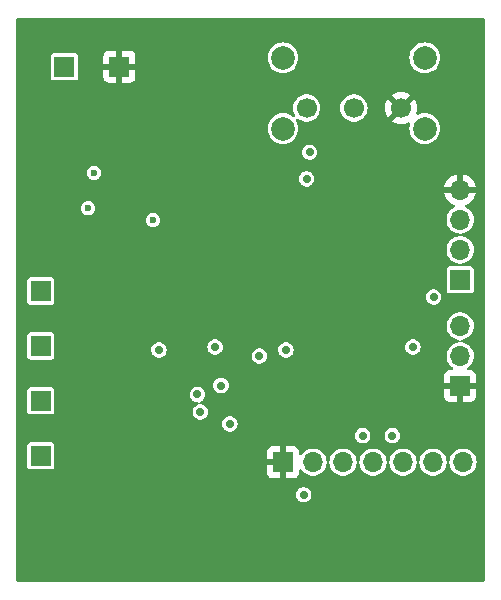
<source format=gbr>
%TF.GenerationSoftware,KiCad,Pcbnew,8.0.5*%
%TF.CreationDate,2025-02-26T14:21:12-03:00*%
%TF.ProjectId,EchoCar_PCB,4563686f-4361-4725-9f50-43422e6b6963,rev?*%
%TF.SameCoordinates,Original*%
%TF.FileFunction,Copper,L2,Inr*%
%TF.FilePolarity,Positive*%
%FSLAX46Y46*%
G04 Gerber Fmt 4.6, Leading zero omitted, Abs format (unit mm)*
G04 Created by KiCad (PCBNEW 8.0.5) date 2025-02-26 14:21:12*
%MOMM*%
%LPD*%
G01*
G04 APERTURE LIST*
%TA.AperFunction,ComponentPad*%
%ADD10R,1.700000X1.700000*%
%TD*%
%TA.AperFunction,ComponentPad*%
%ADD11O,1.700000X1.700000*%
%TD*%
%TA.AperFunction,ComponentPad*%
%ADD12C,2.000000*%
%TD*%
%TA.AperFunction,ComponentPad*%
%ADD13C,1.700000*%
%TD*%
%TA.AperFunction,ViaPad*%
%ADD14C,0.600000*%
%TD*%
%TA.AperFunction,ViaPad*%
%ADD15C,0.700000*%
%TD*%
G04 APERTURE END LIST*
D10*
%TO.N,GND*%
%TO.C,J3*%
X150000000Y-78540000D03*
D11*
%TO.N,+3.3V*%
X150000000Y-76000000D03*
%TO.N,UART_RX*%
X150000000Y-73460000D03*
%TD*%
D10*
%TO.N,GND*%
%TO.C,J2*%
X135000000Y-85000000D03*
D11*
%TO.N,+3.3V*%
X137540000Y-85000000D03*
%TO.N,DISP_SCK*%
X140080000Y-85000000D03*
%TO.N,DISP_SDA*%
X142620000Y-85000000D03*
%TO.N,DISP_RES*%
X145160000Y-85000000D03*
%TO.N,DISP_DC*%
X147700000Y-85000000D03*
%TO.N,DISP_CS*%
X150240000Y-85000000D03*
%TD*%
D10*
%TO.N,Net-(U3-OUTB2)*%
%TO.C,H4*%
X114500000Y-70500000D03*
%TD*%
D12*
%TO.N,*%
%TO.C,SW1*%
X147000000Y-56750000D03*
X147000000Y-50750000D03*
X135000000Y-56750000D03*
X135000000Y-50750000D03*
D13*
%TO.N,GND*%
X145000000Y-55000000D03*
%TO.N,Net-(SW1-B)*%
X141000000Y-55000000D03*
%TO.N,+3.3V*%
X137000000Y-55000000D03*
%TD*%
D10*
%TO.N,Net-(U3-OUTA1)*%
%TO.C,H1*%
X114500000Y-84450000D03*
%TD*%
%TO.N,GND*%
%TO.C,H6*%
X121150000Y-51500000D03*
%TD*%
%TO.N,Net-(U3-OUTA2)*%
%TO.C,H3*%
X114500000Y-75150000D03*
%TD*%
%TO.N,+3.3V*%
%TO.C,J1*%
X150000000Y-69540000D03*
D11*
%TO.N,SWIO*%
X150000000Y-67000000D03*
%TO.N,SWCLK*%
X150000000Y-64460000D03*
%TO.N,GND*%
X150000000Y-61920000D03*
%TD*%
D10*
%TO.N,VCC*%
%TO.C,H5*%
X116500000Y-51500000D03*
%TD*%
%TO.N,Net-(U3-OUTB1)*%
%TO.C,H2*%
X114500000Y-79800000D03*
%TD*%
D14*
%TO.N,+3.3V*%
X124000000Y-64500000D03*
X118500000Y-63500000D03*
X119000000Y-60500000D03*
%TO.N,GND*%
X131000000Y-87000000D03*
X125000000Y-88000000D03*
X120500000Y-88000000D03*
X120500000Y-56000000D03*
X119000000Y-80500000D03*
X119000000Y-79500000D03*
X119000000Y-75500000D03*
X119000000Y-74500000D03*
X124000000Y-59500000D03*
X122500000Y-59000000D03*
D15*
X131250000Y-73000000D03*
X131000000Y-67000000D03*
X142750000Y-73750000D03*
X139250000Y-68750000D03*
X136500000Y-66500000D03*
D14*
X125000000Y-71000000D03*
D15*
X147250000Y-61000000D03*
X134750000Y-87500000D03*
X135750000Y-79750000D03*
X144500000Y-59000000D03*
X143250000Y-69250000D03*
X150750000Y-81250000D03*
X132000000Y-66000000D03*
X129250000Y-73000000D03*
%TO.N,+3.3V*%
X136750000Y-87750000D03*
X146000000Y-75250000D03*
X137250000Y-58750000D03*
X147750000Y-71000000D03*
X137000000Y-61000000D03*
%TO.N,DISP_DC*%
X144250000Y-82750000D03*
X141750000Y-82750000D03*
%TO.N,MOTOR_IN_4*%
X130500000Y-81750000D03*
X124500000Y-75500000D03*
%TO.N,MOTOR_IN_2*%
X133000000Y-76000000D03*
X127750000Y-79250000D03*
%TO.N,MOTOR_IN_1*%
X129750000Y-78500000D03*
X128000000Y-80750000D03*
%TO.N,MOTOR_IN_3*%
X135250000Y-75500000D03*
X129250000Y-75250000D03*
%TD*%
%TA.AperFunction,Conductor*%
%TO.N,GND*%
G36*
X123250000Y-58500000D02*
G01*
X125000000Y-58500000D01*
X125000000Y-61750000D01*
X120000000Y-61750000D01*
X120000000Y-57000000D01*
X118750000Y-57000000D01*
X118750000Y-50602155D01*
X119800000Y-50602155D01*
X119800000Y-51250000D01*
X120716988Y-51250000D01*
X120684075Y-51307007D01*
X120650000Y-51434174D01*
X120650000Y-51565826D01*
X120684075Y-51692993D01*
X120716988Y-51750000D01*
X119800000Y-51750000D01*
X119800000Y-52397844D01*
X119806401Y-52457372D01*
X119806403Y-52457379D01*
X119856645Y-52592086D01*
X119856649Y-52592093D01*
X119942809Y-52707187D01*
X119942812Y-52707190D01*
X120057906Y-52793350D01*
X120057913Y-52793354D01*
X120192620Y-52843596D01*
X120192627Y-52843598D01*
X120252155Y-52849999D01*
X120252172Y-52850000D01*
X120900000Y-52850000D01*
X120900000Y-51933012D01*
X120957007Y-51965925D01*
X121084174Y-52000000D01*
X121215826Y-52000000D01*
X121342993Y-51965925D01*
X121400000Y-51933012D01*
X121400000Y-52850000D01*
X122047828Y-52850000D01*
X122047844Y-52849999D01*
X122107372Y-52843598D01*
X122107379Y-52843596D01*
X122242086Y-52793354D01*
X122242093Y-52793350D01*
X122357187Y-52707190D01*
X122357190Y-52707187D01*
X122443350Y-52592093D01*
X122443354Y-52592086D01*
X122493596Y-52457379D01*
X122493598Y-52457372D01*
X122499999Y-52397844D01*
X122500000Y-52397827D01*
X122500000Y-51750000D01*
X121583012Y-51750000D01*
X121615925Y-51692993D01*
X121650000Y-51565826D01*
X121650000Y-51434174D01*
X121615925Y-51307007D01*
X121583012Y-51250000D01*
X122500000Y-51250000D01*
X122500000Y-50602172D01*
X122499999Y-50602155D01*
X122493598Y-50542627D01*
X122493596Y-50542620D01*
X122443354Y-50407913D01*
X122443350Y-50407906D01*
X122357190Y-50292812D01*
X122357187Y-50292809D01*
X122242093Y-50206649D01*
X122242086Y-50206645D01*
X122107379Y-50156403D01*
X122107372Y-50156401D01*
X122047844Y-50150000D01*
X121400000Y-50150000D01*
X121400000Y-51066988D01*
X121342993Y-51034075D01*
X121215826Y-51000000D01*
X121084174Y-51000000D01*
X120957007Y-51034075D01*
X120900000Y-51066988D01*
X120900000Y-50150000D01*
X120252155Y-50150000D01*
X120192627Y-50156401D01*
X120192620Y-50156403D01*
X120057913Y-50206645D01*
X120057906Y-50206649D01*
X119942812Y-50292809D01*
X119942809Y-50292812D01*
X119856649Y-50407906D01*
X119856645Y-50407913D01*
X119806403Y-50542620D01*
X119806401Y-50542627D01*
X119800000Y-50602155D01*
X118750000Y-50602155D01*
X118750000Y-49500000D01*
X123250000Y-49500000D01*
X123250000Y-58500000D01*
G37*
%TD.AperFunction*%
%TD*%
%TA.AperFunction,Conductor*%
%TO.N,GND*%
G36*
X132000000Y-89750000D02*
G01*
X118000000Y-89750000D01*
X118000000Y-86000000D01*
X132000000Y-86000000D01*
X132000000Y-89750000D01*
G37*
%TD.AperFunction*%
%TD*%
%TA.AperFunction,Conductor*%
%TO.N,GND*%
G36*
X152042539Y-47420185D02*
G01*
X152088294Y-47472989D01*
X152099500Y-47524500D01*
X152099500Y-94975500D01*
X152079815Y-95042539D01*
X152027011Y-95088294D01*
X151975500Y-95099500D01*
X112524500Y-95099500D01*
X112457461Y-95079815D01*
X112411706Y-95027011D01*
X112400500Y-94975500D01*
X112400500Y-89750000D01*
X118000000Y-89750000D01*
X132000000Y-89750000D01*
X132000000Y-87749999D01*
X136094722Y-87749999D01*
X136094722Y-87750000D01*
X136113762Y-87906818D01*
X136169780Y-88054523D01*
X136259517Y-88184530D01*
X136377760Y-88289283D01*
X136377762Y-88289284D01*
X136517634Y-88362696D01*
X136671014Y-88400500D01*
X136671015Y-88400500D01*
X136828985Y-88400500D01*
X136982365Y-88362696D01*
X137122240Y-88289283D01*
X137240483Y-88184530D01*
X137330220Y-88054523D01*
X137386237Y-87906818D01*
X137405278Y-87750000D01*
X137386237Y-87593182D01*
X137330220Y-87445477D01*
X137240483Y-87315470D01*
X137122240Y-87210717D01*
X137122238Y-87210716D01*
X137122237Y-87210715D01*
X136982365Y-87137303D01*
X136828986Y-87099500D01*
X136828985Y-87099500D01*
X136671015Y-87099500D01*
X136671014Y-87099500D01*
X136517634Y-87137303D01*
X136377762Y-87210715D01*
X136259516Y-87315471D01*
X136169781Y-87445475D01*
X136169780Y-87445476D01*
X136113762Y-87593181D01*
X136094722Y-87749999D01*
X132000000Y-87749999D01*
X132000000Y-86000000D01*
X118000000Y-86000000D01*
X118000000Y-89750000D01*
X112400500Y-89750000D01*
X112400500Y-83555131D01*
X113349500Y-83555131D01*
X113349500Y-85344856D01*
X113349502Y-85344882D01*
X113352413Y-85369987D01*
X113352415Y-85369991D01*
X113397793Y-85472764D01*
X113397794Y-85472765D01*
X113477235Y-85552206D01*
X113580009Y-85597585D01*
X113605135Y-85600500D01*
X115394864Y-85600499D01*
X115394879Y-85600497D01*
X115394882Y-85600497D01*
X115419987Y-85597586D01*
X115419988Y-85597585D01*
X115419991Y-85597585D01*
X115522765Y-85552206D01*
X115602206Y-85472765D01*
X115647585Y-85369991D01*
X115650500Y-85344865D01*
X115650499Y-84102155D01*
X133650000Y-84102155D01*
X133650000Y-84750000D01*
X134566988Y-84750000D01*
X134534075Y-84807007D01*
X134500000Y-84934174D01*
X134500000Y-85065826D01*
X134534075Y-85192993D01*
X134566988Y-85250000D01*
X133650000Y-85250000D01*
X133650000Y-85897844D01*
X133656401Y-85957372D01*
X133656403Y-85957379D01*
X133706645Y-86092086D01*
X133706649Y-86092093D01*
X133792809Y-86207187D01*
X133792812Y-86207190D01*
X133907906Y-86293350D01*
X133907913Y-86293354D01*
X134042620Y-86343596D01*
X134042627Y-86343598D01*
X134102155Y-86349999D01*
X134102172Y-86350000D01*
X134750000Y-86350000D01*
X134750000Y-85433012D01*
X134807007Y-85465925D01*
X134934174Y-85500000D01*
X135065826Y-85500000D01*
X135192993Y-85465925D01*
X135250000Y-85433012D01*
X135250000Y-86350000D01*
X135897828Y-86350000D01*
X135897844Y-86349999D01*
X135957372Y-86343598D01*
X135957379Y-86343596D01*
X136092086Y-86293354D01*
X136092093Y-86293350D01*
X136207187Y-86207190D01*
X136207190Y-86207187D01*
X136293350Y-86092093D01*
X136293354Y-86092086D01*
X136343596Y-85957379D01*
X136343598Y-85957372D01*
X136349999Y-85897844D01*
X136350000Y-85897827D01*
X136350000Y-85703268D01*
X136369685Y-85636229D01*
X136422489Y-85590474D01*
X136491647Y-85580530D01*
X136555203Y-85609555D01*
X136572950Y-85628537D01*
X136686128Y-85778407D01*
X136843698Y-85922052D01*
X137024981Y-86034298D01*
X137223802Y-86111321D01*
X137433390Y-86150500D01*
X137433392Y-86150500D01*
X137646608Y-86150500D01*
X137646610Y-86150500D01*
X137856198Y-86111321D01*
X138055019Y-86034298D01*
X138236302Y-85922052D01*
X138393872Y-85778407D01*
X138522366Y-85608255D01*
X138522367Y-85608253D01*
X138617403Y-85417394D01*
X138617403Y-85417393D01*
X138617405Y-85417389D01*
X138675756Y-85212310D01*
X138686529Y-85096047D01*
X138712315Y-85031111D01*
X138754622Y-85000804D01*
X138863130Y-85000804D01*
X138899503Y-85021668D01*
X138931693Y-85083681D01*
X138933470Y-85096047D01*
X138944244Y-85212310D01*
X138997675Y-85400099D01*
X139002596Y-85417392D01*
X139002596Y-85417394D01*
X139097632Y-85608253D01*
X139112953Y-85628541D01*
X139226128Y-85778407D01*
X139383698Y-85922052D01*
X139564981Y-86034298D01*
X139763802Y-86111321D01*
X139973390Y-86150500D01*
X139973392Y-86150500D01*
X140186608Y-86150500D01*
X140186610Y-86150500D01*
X140396198Y-86111321D01*
X140595019Y-86034298D01*
X140776302Y-85922052D01*
X140933872Y-85778407D01*
X141062366Y-85608255D01*
X141062367Y-85608253D01*
X141157403Y-85417394D01*
X141157403Y-85417393D01*
X141157405Y-85417389D01*
X141215756Y-85212310D01*
X141226529Y-85096047D01*
X141252315Y-85031111D01*
X141294622Y-85000804D01*
X141403130Y-85000804D01*
X141439503Y-85021668D01*
X141471693Y-85083681D01*
X141473470Y-85096047D01*
X141484244Y-85212310D01*
X141537675Y-85400099D01*
X141542596Y-85417392D01*
X141542596Y-85417394D01*
X141637632Y-85608253D01*
X141652953Y-85628541D01*
X141766128Y-85778407D01*
X141923698Y-85922052D01*
X142104981Y-86034298D01*
X142303802Y-86111321D01*
X142513390Y-86150500D01*
X142513392Y-86150500D01*
X142726608Y-86150500D01*
X142726610Y-86150500D01*
X142936198Y-86111321D01*
X143135019Y-86034298D01*
X143316302Y-85922052D01*
X143473872Y-85778407D01*
X143602366Y-85608255D01*
X143602367Y-85608253D01*
X143697403Y-85417394D01*
X143697403Y-85417393D01*
X143697405Y-85417389D01*
X143755756Y-85212310D01*
X143766529Y-85096047D01*
X143792315Y-85031111D01*
X143834622Y-85000804D01*
X143943130Y-85000804D01*
X143979503Y-85021668D01*
X144011693Y-85083681D01*
X144013470Y-85096047D01*
X144024244Y-85212310D01*
X144077675Y-85400099D01*
X144082596Y-85417392D01*
X144082596Y-85417394D01*
X144177632Y-85608253D01*
X144192953Y-85628541D01*
X144306128Y-85778407D01*
X144463698Y-85922052D01*
X144644981Y-86034298D01*
X144843802Y-86111321D01*
X145053390Y-86150500D01*
X145053392Y-86150500D01*
X145266608Y-86150500D01*
X145266610Y-86150500D01*
X145476198Y-86111321D01*
X145675019Y-86034298D01*
X145856302Y-85922052D01*
X146013872Y-85778407D01*
X146142366Y-85608255D01*
X146142367Y-85608253D01*
X146237403Y-85417394D01*
X146237403Y-85417393D01*
X146237405Y-85417389D01*
X146295756Y-85212310D01*
X146306529Y-85096047D01*
X146332315Y-85031111D01*
X146374622Y-85000804D01*
X146483130Y-85000804D01*
X146519503Y-85021668D01*
X146551693Y-85083681D01*
X146553470Y-85096047D01*
X146564244Y-85212310D01*
X146617675Y-85400099D01*
X146622596Y-85417392D01*
X146622596Y-85417394D01*
X146717632Y-85608253D01*
X146732953Y-85628541D01*
X146846128Y-85778407D01*
X147003698Y-85922052D01*
X147184981Y-86034298D01*
X147383802Y-86111321D01*
X147593390Y-86150500D01*
X147593392Y-86150500D01*
X147806608Y-86150500D01*
X147806610Y-86150500D01*
X148016198Y-86111321D01*
X148215019Y-86034298D01*
X148396302Y-85922052D01*
X148553872Y-85778407D01*
X148682366Y-85608255D01*
X148682367Y-85608253D01*
X148777403Y-85417394D01*
X148777403Y-85417393D01*
X148777405Y-85417389D01*
X148835756Y-85212310D01*
X148846529Y-85096047D01*
X148872315Y-85031111D01*
X148914622Y-85000804D01*
X149023130Y-85000804D01*
X149059503Y-85021668D01*
X149091693Y-85083681D01*
X149093470Y-85096047D01*
X149104244Y-85212310D01*
X149157675Y-85400099D01*
X149162596Y-85417392D01*
X149162596Y-85417394D01*
X149257632Y-85608253D01*
X149272953Y-85628541D01*
X149386128Y-85778407D01*
X149543698Y-85922052D01*
X149724981Y-86034298D01*
X149923802Y-86111321D01*
X150133390Y-86150500D01*
X150133392Y-86150500D01*
X150346608Y-86150500D01*
X150346610Y-86150500D01*
X150556198Y-86111321D01*
X150755019Y-86034298D01*
X150936302Y-85922052D01*
X151093872Y-85778407D01*
X151222366Y-85608255D01*
X151222367Y-85608253D01*
X151317403Y-85417394D01*
X151317403Y-85417393D01*
X151317405Y-85417389D01*
X151375756Y-85212310D01*
X151395429Y-85000000D01*
X151375756Y-84787690D01*
X151317405Y-84582611D01*
X151317403Y-84582606D01*
X151317403Y-84582605D01*
X151222367Y-84391746D01*
X151093872Y-84221593D01*
X150962874Y-84102172D01*
X150936302Y-84077948D01*
X150755019Y-83965702D01*
X150755017Y-83965701D01*
X150605829Y-83907906D01*
X150556198Y-83888679D01*
X150346610Y-83849500D01*
X150133390Y-83849500D01*
X149923802Y-83888679D01*
X149923799Y-83888679D01*
X149923799Y-83888680D01*
X149724982Y-83965701D01*
X149724980Y-83965702D01*
X149543699Y-84077947D01*
X149386127Y-84221593D01*
X149257632Y-84391746D01*
X149162596Y-84582605D01*
X149162596Y-84582607D01*
X149104244Y-84787689D01*
X149093471Y-84903951D01*
X149067685Y-84968888D01*
X149023130Y-85000804D01*
X148914622Y-85000804D01*
X148916869Y-84999194D01*
X148880497Y-84978331D01*
X148848307Y-84916318D01*
X148846529Y-84903951D01*
X148845849Y-84896613D01*
X148835756Y-84787690D01*
X148777405Y-84582611D01*
X148777403Y-84582606D01*
X148777403Y-84582605D01*
X148682367Y-84391746D01*
X148553872Y-84221593D01*
X148422874Y-84102172D01*
X148396302Y-84077948D01*
X148215019Y-83965702D01*
X148215017Y-83965701D01*
X148065829Y-83907906D01*
X148016198Y-83888679D01*
X147806610Y-83849500D01*
X147593390Y-83849500D01*
X147383802Y-83888679D01*
X147383799Y-83888679D01*
X147383799Y-83888680D01*
X147184982Y-83965701D01*
X147184980Y-83965702D01*
X147003699Y-84077947D01*
X146846127Y-84221593D01*
X146717632Y-84391746D01*
X146622596Y-84582605D01*
X146622596Y-84582607D01*
X146564244Y-84787689D01*
X146553471Y-84903951D01*
X146527685Y-84968888D01*
X146483130Y-85000804D01*
X146374622Y-85000804D01*
X146376869Y-84999194D01*
X146340497Y-84978331D01*
X146308307Y-84916318D01*
X146306529Y-84903951D01*
X146305849Y-84896613D01*
X146295756Y-84787690D01*
X146237405Y-84582611D01*
X146237403Y-84582606D01*
X146237403Y-84582605D01*
X146142367Y-84391746D01*
X146013872Y-84221593D01*
X145882874Y-84102172D01*
X145856302Y-84077948D01*
X145675019Y-83965702D01*
X145675017Y-83965701D01*
X145525829Y-83907906D01*
X145476198Y-83888679D01*
X145266610Y-83849500D01*
X145053390Y-83849500D01*
X144843802Y-83888679D01*
X144843799Y-83888679D01*
X144843799Y-83888680D01*
X144644982Y-83965701D01*
X144644980Y-83965702D01*
X144463699Y-84077947D01*
X144306127Y-84221593D01*
X144177632Y-84391746D01*
X144082596Y-84582605D01*
X144082596Y-84582607D01*
X144024244Y-84787689D01*
X144013471Y-84903951D01*
X143987685Y-84968888D01*
X143943130Y-85000804D01*
X143834622Y-85000804D01*
X143836869Y-84999194D01*
X143800497Y-84978331D01*
X143768307Y-84916318D01*
X143766529Y-84903951D01*
X143765849Y-84896613D01*
X143755756Y-84787690D01*
X143697405Y-84582611D01*
X143697403Y-84582606D01*
X143697403Y-84582605D01*
X143602367Y-84391746D01*
X143473872Y-84221593D01*
X143342874Y-84102172D01*
X143316302Y-84077948D01*
X143135019Y-83965702D01*
X143135017Y-83965701D01*
X142985829Y-83907906D01*
X142936198Y-83888679D01*
X142726610Y-83849500D01*
X142513390Y-83849500D01*
X142303802Y-83888679D01*
X142303799Y-83888679D01*
X142303799Y-83888680D01*
X142104982Y-83965701D01*
X142104980Y-83965702D01*
X141923699Y-84077947D01*
X141766127Y-84221593D01*
X141637632Y-84391746D01*
X141542596Y-84582605D01*
X141542596Y-84582607D01*
X141484244Y-84787689D01*
X141473471Y-84903951D01*
X141447685Y-84968888D01*
X141403130Y-85000804D01*
X141294622Y-85000804D01*
X141296869Y-84999194D01*
X141260497Y-84978331D01*
X141228307Y-84916318D01*
X141226529Y-84903951D01*
X141225849Y-84896613D01*
X141215756Y-84787690D01*
X141157405Y-84582611D01*
X141157403Y-84582606D01*
X141157403Y-84582605D01*
X141062367Y-84391746D01*
X140933872Y-84221593D01*
X140802874Y-84102172D01*
X140776302Y-84077948D01*
X140595019Y-83965702D01*
X140595017Y-83965701D01*
X140445829Y-83907906D01*
X140396198Y-83888679D01*
X140186610Y-83849500D01*
X139973390Y-83849500D01*
X139763802Y-83888679D01*
X139763799Y-83888679D01*
X139763799Y-83888680D01*
X139564982Y-83965701D01*
X139564980Y-83965702D01*
X139383699Y-84077947D01*
X139226127Y-84221593D01*
X139097632Y-84391746D01*
X139002596Y-84582605D01*
X139002596Y-84582607D01*
X138944244Y-84787689D01*
X138933471Y-84903951D01*
X138907685Y-84968888D01*
X138863130Y-85000804D01*
X138754622Y-85000804D01*
X138756869Y-84999194D01*
X138720497Y-84978331D01*
X138688307Y-84916318D01*
X138686529Y-84903951D01*
X138685849Y-84896613D01*
X138675756Y-84787690D01*
X138617405Y-84582611D01*
X138617403Y-84582606D01*
X138617403Y-84582605D01*
X138522367Y-84391746D01*
X138393872Y-84221593D01*
X138262874Y-84102172D01*
X138236302Y-84077948D01*
X138055019Y-83965702D01*
X138055017Y-83965701D01*
X137905829Y-83907906D01*
X137856198Y-83888679D01*
X137646610Y-83849500D01*
X137433390Y-83849500D01*
X137223802Y-83888679D01*
X137223799Y-83888679D01*
X137223799Y-83888680D01*
X137024982Y-83965701D01*
X137024980Y-83965702D01*
X136843699Y-84077947D01*
X136686127Y-84221593D01*
X136572954Y-84371458D01*
X136516845Y-84413094D01*
X136447133Y-84417785D01*
X136385951Y-84384043D01*
X136352724Y-84322579D01*
X136350000Y-84296731D01*
X136350000Y-84102172D01*
X136349999Y-84102155D01*
X136343598Y-84042627D01*
X136343596Y-84042620D01*
X136293354Y-83907913D01*
X136293350Y-83907906D01*
X136207190Y-83792812D01*
X136207187Y-83792809D01*
X136092093Y-83706649D01*
X136092086Y-83706645D01*
X135957379Y-83656403D01*
X135957372Y-83656401D01*
X135897844Y-83650000D01*
X135250000Y-83650000D01*
X135250000Y-84566988D01*
X135192993Y-84534075D01*
X135065826Y-84500000D01*
X134934174Y-84500000D01*
X134807007Y-84534075D01*
X134750000Y-84566988D01*
X134750000Y-83650000D01*
X134102155Y-83650000D01*
X134042627Y-83656401D01*
X134042620Y-83656403D01*
X133907913Y-83706645D01*
X133907906Y-83706649D01*
X133792812Y-83792809D01*
X133792809Y-83792812D01*
X133706649Y-83907906D01*
X133706645Y-83907913D01*
X133656403Y-84042620D01*
X133656401Y-84042627D01*
X133650000Y-84102155D01*
X115650499Y-84102155D01*
X115650499Y-83555136D01*
X115650497Y-83555117D01*
X115647586Y-83530012D01*
X115647585Y-83530010D01*
X115647585Y-83530009D01*
X115602206Y-83427235D01*
X115522765Y-83347794D01*
X115522763Y-83347793D01*
X115419992Y-83302415D01*
X115394865Y-83299500D01*
X113605143Y-83299500D01*
X113605117Y-83299502D01*
X113580012Y-83302413D01*
X113580008Y-83302415D01*
X113477235Y-83347793D01*
X113397794Y-83427234D01*
X113352415Y-83530006D01*
X113352415Y-83530008D01*
X113349500Y-83555131D01*
X112400500Y-83555131D01*
X112400500Y-82749999D01*
X141094722Y-82749999D01*
X141094722Y-82750000D01*
X141113762Y-82906818D01*
X141169780Y-83054523D01*
X141259517Y-83184530D01*
X141377760Y-83289283D01*
X141377762Y-83289284D01*
X141517634Y-83362696D01*
X141671014Y-83400500D01*
X141671015Y-83400500D01*
X141828985Y-83400500D01*
X141982365Y-83362696D01*
X142010760Y-83347793D01*
X142122240Y-83289283D01*
X142240483Y-83184530D01*
X142330220Y-83054523D01*
X142386237Y-82906818D01*
X142405278Y-82750000D01*
X142405278Y-82749999D01*
X143594722Y-82749999D01*
X143594722Y-82750000D01*
X143613762Y-82906818D01*
X143669780Y-83054523D01*
X143759517Y-83184530D01*
X143877760Y-83289283D01*
X143877762Y-83289284D01*
X144017634Y-83362696D01*
X144171014Y-83400500D01*
X144171015Y-83400500D01*
X144328985Y-83400500D01*
X144482365Y-83362696D01*
X144510760Y-83347793D01*
X144622240Y-83289283D01*
X144740483Y-83184530D01*
X144830220Y-83054523D01*
X144886237Y-82906818D01*
X144905278Y-82750000D01*
X144886237Y-82593182D01*
X144830220Y-82445477D01*
X144740483Y-82315470D01*
X144622240Y-82210717D01*
X144622238Y-82210716D01*
X144622237Y-82210715D01*
X144482365Y-82137303D01*
X144328986Y-82099500D01*
X144328985Y-82099500D01*
X144171015Y-82099500D01*
X144171014Y-82099500D01*
X144017634Y-82137303D01*
X143877762Y-82210715D01*
X143759516Y-82315471D01*
X143669781Y-82445475D01*
X143669780Y-82445476D01*
X143613762Y-82593181D01*
X143594722Y-82749999D01*
X142405278Y-82749999D01*
X142386237Y-82593182D01*
X142330220Y-82445477D01*
X142240483Y-82315470D01*
X142122240Y-82210717D01*
X142122238Y-82210716D01*
X142122237Y-82210715D01*
X141982365Y-82137303D01*
X141828986Y-82099500D01*
X141828985Y-82099500D01*
X141671015Y-82099500D01*
X141671014Y-82099500D01*
X141517634Y-82137303D01*
X141377762Y-82210715D01*
X141259516Y-82315471D01*
X141169781Y-82445475D01*
X141169780Y-82445476D01*
X141113762Y-82593181D01*
X141094722Y-82749999D01*
X112400500Y-82749999D01*
X112400500Y-81749999D01*
X129844722Y-81749999D01*
X129844722Y-81750000D01*
X129863762Y-81906818D01*
X129919780Y-82054523D01*
X130009517Y-82184530D01*
X130127760Y-82289283D01*
X130127762Y-82289284D01*
X130267634Y-82362696D01*
X130421014Y-82400500D01*
X130421015Y-82400500D01*
X130578985Y-82400500D01*
X130732365Y-82362696D01*
X130872240Y-82289283D01*
X130990483Y-82184530D01*
X131080220Y-82054523D01*
X131136237Y-81906818D01*
X131155278Y-81750000D01*
X131136237Y-81593182D01*
X131080220Y-81445477D01*
X130990483Y-81315470D01*
X130872240Y-81210717D01*
X130872238Y-81210716D01*
X130872237Y-81210715D01*
X130732365Y-81137303D01*
X130578986Y-81099500D01*
X130578985Y-81099500D01*
X130421015Y-81099500D01*
X130421014Y-81099500D01*
X130267634Y-81137303D01*
X130127762Y-81210715D01*
X130009516Y-81315471D01*
X129919781Y-81445475D01*
X129919780Y-81445476D01*
X129863762Y-81593181D01*
X129844722Y-81749999D01*
X112400500Y-81749999D01*
X112400500Y-78905131D01*
X113349500Y-78905131D01*
X113349500Y-80694856D01*
X113349502Y-80694882D01*
X113352413Y-80719987D01*
X113352415Y-80719991D01*
X113397793Y-80822764D01*
X113397794Y-80822765D01*
X113477235Y-80902206D01*
X113580009Y-80947585D01*
X113605135Y-80950500D01*
X115394864Y-80950499D01*
X115394879Y-80950497D01*
X115394882Y-80950497D01*
X115419987Y-80947586D01*
X115419988Y-80947585D01*
X115419991Y-80947585D01*
X115522765Y-80902206D01*
X115602206Y-80822765D01*
X115647585Y-80719991D01*
X115650500Y-80694865D01*
X115650499Y-78905136D01*
X115650497Y-78905117D01*
X115647586Y-78880012D01*
X115647585Y-78880010D01*
X115647585Y-78880009D01*
X115602206Y-78777235D01*
X115522765Y-78697794D01*
X115522763Y-78697793D01*
X115419992Y-78652415D01*
X115394865Y-78649500D01*
X113605143Y-78649500D01*
X113605117Y-78649502D01*
X113580012Y-78652413D01*
X113580008Y-78652415D01*
X113477235Y-78697793D01*
X113397794Y-78777234D01*
X113352415Y-78880006D01*
X113352415Y-78880008D01*
X113349500Y-78905131D01*
X112400500Y-78905131D01*
X112400500Y-74255131D01*
X113349500Y-74255131D01*
X113349500Y-76044856D01*
X113349502Y-76044882D01*
X113352413Y-76069987D01*
X113352415Y-76069991D01*
X113397793Y-76172764D01*
X113397794Y-76172765D01*
X113477235Y-76252206D01*
X113580009Y-76297585D01*
X113605135Y-76300500D01*
X115394864Y-76300499D01*
X115394879Y-76300497D01*
X115394882Y-76300497D01*
X115419987Y-76297586D01*
X115419988Y-76297585D01*
X115419991Y-76297585D01*
X115522765Y-76252206D01*
X115602206Y-76172765D01*
X115647585Y-76069991D01*
X115650500Y-76044865D01*
X115650500Y-76000000D01*
X118500000Y-76000000D01*
X122000000Y-76000000D01*
X122000000Y-79000000D01*
X118500000Y-79000000D01*
X118500000Y-81000000D01*
X122750000Y-81000000D01*
X122750000Y-79249999D01*
X127094722Y-79249999D01*
X127094722Y-79250000D01*
X127113762Y-79406818D01*
X127148108Y-79497379D01*
X127169780Y-79554523D01*
X127259517Y-79684530D01*
X127377760Y-79789283D01*
X127377762Y-79789284D01*
X127517634Y-79862696D01*
X127671014Y-79900500D01*
X127715739Y-79900500D01*
X127782778Y-79920185D01*
X127828533Y-79972989D01*
X127838477Y-80042147D01*
X127809452Y-80105703D01*
X127773365Y-80134296D01*
X127627762Y-80210714D01*
X127509516Y-80315471D01*
X127419781Y-80445475D01*
X127419780Y-80445476D01*
X127363762Y-80593181D01*
X127344722Y-80749999D01*
X127344722Y-80750000D01*
X127363762Y-80906818D01*
X127380329Y-80950500D01*
X127419780Y-81054523D01*
X127509517Y-81184530D01*
X127627760Y-81289283D01*
X127627762Y-81289284D01*
X127767634Y-81362696D01*
X127921014Y-81400500D01*
X127921015Y-81400500D01*
X128078985Y-81400500D01*
X128232365Y-81362696D01*
X128372240Y-81289283D01*
X128490483Y-81184530D01*
X128580220Y-81054523D01*
X128636237Y-80906818D01*
X128655278Y-80750000D01*
X128648584Y-80694865D01*
X128636237Y-80593181D01*
X128614992Y-80537164D01*
X128580220Y-80445477D01*
X128490483Y-80315470D01*
X128372240Y-80210717D01*
X128372238Y-80210716D01*
X128372237Y-80210715D01*
X128232365Y-80137303D01*
X128078986Y-80099500D01*
X128078985Y-80099500D01*
X128034261Y-80099500D01*
X127967222Y-80079815D01*
X127921467Y-80027011D01*
X127911523Y-79957853D01*
X127940548Y-79894297D01*
X127976635Y-79865704D01*
X128122237Y-79789285D01*
X128122238Y-79789283D01*
X128122240Y-79789283D01*
X128240483Y-79684530D01*
X128330220Y-79554523D01*
X128386237Y-79406818D01*
X128405278Y-79250000D01*
X128388607Y-79112696D01*
X128386237Y-79093181D01*
X128353145Y-79005925D01*
X128330220Y-78945477D01*
X128240483Y-78815470D01*
X128122240Y-78710717D01*
X128122238Y-78710716D01*
X128122237Y-78710715D01*
X127982365Y-78637303D01*
X127828986Y-78599500D01*
X127828985Y-78599500D01*
X127671015Y-78599500D01*
X127671014Y-78599500D01*
X127517634Y-78637303D01*
X127377762Y-78710715D01*
X127259516Y-78815471D01*
X127169781Y-78945475D01*
X127169780Y-78945476D01*
X127113762Y-79093181D01*
X127094722Y-79249999D01*
X122750000Y-79249999D01*
X122750000Y-78499999D01*
X129094722Y-78499999D01*
X129094722Y-78500000D01*
X129113762Y-78656818D01*
X129159431Y-78777235D01*
X129169780Y-78804523D01*
X129259517Y-78934530D01*
X129377760Y-79039283D01*
X129377762Y-79039284D01*
X129517634Y-79112696D01*
X129671014Y-79150500D01*
X129671015Y-79150500D01*
X129828985Y-79150500D01*
X129982365Y-79112696D01*
X130019547Y-79093181D01*
X130122240Y-79039283D01*
X130240483Y-78934530D01*
X130330220Y-78804523D01*
X130386237Y-78656818D01*
X130405278Y-78500000D01*
X130386702Y-78347007D01*
X130386237Y-78343181D01*
X130344448Y-78232993D01*
X130330220Y-78195477D01*
X130240483Y-78065470D01*
X130122240Y-77960717D01*
X130122238Y-77960716D01*
X130122237Y-77960715D01*
X129982365Y-77887303D01*
X129828986Y-77849500D01*
X129828985Y-77849500D01*
X129671015Y-77849500D01*
X129671014Y-77849500D01*
X129517634Y-77887303D01*
X129377762Y-77960715D01*
X129259516Y-78065471D01*
X129169781Y-78195475D01*
X129169780Y-78195476D01*
X129113762Y-78343181D01*
X129094722Y-78499999D01*
X122750000Y-78499999D01*
X122750000Y-77642155D01*
X148650000Y-77642155D01*
X148650000Y-78290000D01*
X149566988Y-78290000D01*
X149534075Y-78347007D01*
X149500000Y-78474174D01*
X149500000Y-78605826D01*
X149534075Y-78732993D01*
X149566988Y-78790000D01*
X148650000Y-78790000D01*
X148650000Y-79437844D01*
X148656401Y-79497372D01*
X148656403Y-79497379D01*
X148706645Y-79632086D01*
X148706649Y-79632093D01*
X148792809Y-79747187D01*
X148792812Y-79747190D01*
X148907906Y-79833350D01*
X148907913Y-79833354D01*
X149042620Y-79883596D01*
X149042627Y-79883598D01*
X149102155Y-79889999D01*
X149102172Y-79890000D01*
X149750000Y-79890000D01*
X149750000Y-78973012D01*
X149807007Y-79005925D01*
X149934174Y-79040000D01*
X150065826Y-79040000D01*
X150192993Y-79005925D01*
X150250000Y-78973012D01*
X150250000Y-79890000D01*
X150897828Y-79890000D01*
X150897844Y-79889999D01*
X150957372Y-79883598D01*
X150957379Y-79883596D01*
X151092086Y-79833354D01*
X151092093Y-79833350D01*
X151207187Y-79747190D01*
X151207190Y-79747187D01*
X151293350Y-79632093D01*
X151293354Y-79632086D01*
X151343596Y-79497379D01*
X151343598Y-79497372D01*
X151349999Y-79437844D01*
X151350000Y-79437827D01*
X151350000Y-78790000D01*
X150433012Y-78790000D01*
X150465925Y-78732993D01*
X150500000Y-78605826D01*
X150500000Y-78474174D01*
X150465925Y-78347007D01*
X150433012Y-78290000D01*
X151350000Y-78290000D01*
X151350000Y-77642172D01*
X151349999Y-77642155D01*
X151343598Y-77582627D01*
X151343596Y-77582620D01*
X151293354Y-77447913D01*
X151293350Y-77447906D01*
X151207190Y-77332812D01*
X151207187Y-77332809D01*
X151092093Y-77246649D01*
X151092086Y-77246645D01*
X150957379Y-77196403D01*
X150957372Y-77196401D01*
X150897844Y-77190000D01*
X150699366Y-77190000D01*
X150632327Y-77170315D01*
X150586572Y-77117511D01*
X150576628Y-77048353D01*
X150605653Y-76984797D01*
X150634089Y-76960573D01*
X150654449Y-76947966D01*
X150696302Y-76922052D01*
X150853872Y-76778407D01*
X150982366Y-76608255D01*
X151077405Y-76417389D01*
X151135756Y-76212310D01*
X151155429Y-76000000D01*
X151135756Y-75787690D01*
X151077405Y-75582611D01*
X151077403Y-75582606D01*
X151077403Y-75582605D01*
X150982367Y-75391746D01*
X150853872Y-75221593D01*
X150825222Y-75195475D01*
X150696302Y-75077948D01*
X150515019Y-74965702D01*
X150515017Y-74965701D01*
X150415608Y-74927190D01*
X150316198Y-74888679D01*
X150119385Y-74851888D01*
X150057106Y-74820221D01*
X150021833Y-74759908D01*
X150024767Y-74690100D01*
X150064976Y-74632960D01*
X150119384Y-74608111D01*
X150316198Y-74571321D01*
X150515019Y-74494298D01*
X150696302Y-74382052D01*
X150853872Y-74238407D01*
X150982366Y-74068255D01*
X151077405Y-73877389D01*
X151135756Y-73672310D01*
X151155429Y-73460000D01*
X151135756Y-73247690D01*
X151077405Y-73042611D01*
X151077403Y-73042606D01*
X151077403Y-73042605D01*
X150982367Y-72851746D01*
X150853872Y-72681593D01*
X150696302Y-72537948D01*
X150515019Y-72425702D01*
X150515017Y-72425701D01*
X150415608Y-72387190D01*
X150316198Y-72348679D01*
X150106610Y-72309500D01*
X149893390Y-72309500D01*
X149683802Y-72348679D01*
X149683799Y-72348679D01*
X149683799Y-72348680D01*
X149484982Y-72425701D01*
X149484980Y-72425702D01*
X149303699Y-72537947D01*
X149146127Y-72681593D01*
X149017632Y-72851746D01*
X148922596Y-73042605D01*
X148922596Y-73042607D01*
X148864244Y-73247689D01*
X148844571Y-73459999D01*
X148844571Y-73460000D01*
X148864244Y-73672310D01*
X148922596Y-73877392D01*
X148922596Y-73877394D01*
X149017632Y-74068253D01*
X149017634Y-74068255D01*
X149146128Y-74238407D01*
X149303698Y-74382052D01*
X149484981Y-74494298D01*
X149683802Y-74571321D01*
X149880613Y-74608111D01*
X149942893Y-74639779D01*
X149978166Y-74700092D01*
X149975232Y-74769900D01*
X149935023Y-74827040D01*
X149880613Y-74851888D01*
X149683802Y-74888679D01*
X149683799Y-74888679D01*
X149683799Y-74888680D01*
X149484982Y-74965701D01*
X149484980Y-74965702D01*
X149303699Y-75077947D01*
X149146127Y-75221593D01*
X149017632Y-75391746D01*
X148922596Y-75582605D01*
X148922596Y-75582607D01*
X148864244Y-75787689D01*
X148844571Y-75999999D01*
X148844571Y-76000000D01*
X148864244Y-76212310D01*
X148922596Y-76417392D01*
X148922596Y-76417394D01*
X149017632Y-76608253D01*
X149049536Y-76650500D01*
X149146128Y-76778407D01*
X149303698Y-76922052D01*
X149303700Y-76922053D01*
X149303701Y-76922054D01*
X149365911Y-76960573D01*
X149412547Y-77012601D01*
X149423651Y-77081582D01*
X149395698Y-77145617D01*
X149337563Y-77184373D01*
X149300634Y-77190000D01*
X149102155Y-77190000D01*
X149042627Y-77196401D01*
X149042620Y-77196403D01*
X148907913Y-77246645D01*
X148907906Y-77246649D01*
X148792812Y-77332809D01*
X148792809Y-77332812D01*
X148706649Y-77447906D01*
X148706645Y-77447913D01*
X148656403Y-77582620D01*
X148656401Y-77582627D01*
X148650000Y-77642155D01*
X122750000Y-77642155D01*
X122750000Y-75499999D01*
X123844722Y-75499999D01*
X123844722Y-75500000D01*
X123863762Y-75656818D01*
X123878424Y-75695477D01*
X123919780Y-75804523D01*
X124009517Y-75934530D01*
X124127760Y-76039283D01*
X124127762Y-76039284D01*
X124267634Y-76112696D01*
X124421014Y-76150500D01*
X124421015Y-76150500D01*
X124578985Y-76150500D01*
X124732365Y-76112696D01*
X124872240Y-76039283D01*
X124916583Y-75999999D01*
X132344722Y-75999999D01*
X132344722Y-76000000D01*
X132363762Y-76156818D01*
X132417148Y-76297584D01*
X132419780Y-76304523D01*
X132509517Y-76434530D01*
X132627760Y-76539283D01*
X132627762Y-76539284D01*
X132767634Y-76612696D01*
X132921014Y-76650500D01*
X132921015Y-76650500D01*
X133078985Y-76650500D01*
X133232365Y-76612696D01*
X133372240Y-76539283D01*
X133490483Y-76434530D01*
X133580220Y-76304523D01*
X133636237Y-76156818D01*
X133655278Y-76000000D01*
X133638607Y-75862696D01*
X133636237Y-75843181D01*
X133614992Y-75787164D01*
X133580220Y-75695477D01*
X133490483Y-75565470D01*
X133416581Y-75499999D01*
X134594722Y-75499999D01*
X134594722Y-75500000D01*
X134613762Y-75656818D01*
X134628424Y-75695477D01*
X134669780Y-75804523D01*
X134759517Y-75934530D01*
X134877760Y-76039283D01*
X134877762Y-76039284D01*
X135017634Y-76112696D01*
X135171014Y-76150500D01*
X135171015Y-76150500D01*
X135328985Y-76150500D01*
X135482365Y-76112696D01*
X135622240Y-76039283D01*
X135740483Y-75934530D01*
X135830220Y-75804523D01*
X135886237Y-75656818D01*
X135905278Y-75500000D01*
X135886237Y-75343182D01*
X135850897Y-75249999D01*
X145344722Y-75249999D01*
X145344722Y-75250000D01*
X145363762Y-75406818D01*
X145399102Y-75500000D01*
X145419780Y-75554523D01*
X145509517Y-75684530D01*
X145627760Y-75789283D01*
X145627762Y-75789284D01*
X145767634Y-75862696D01*
X145921014Y-75900500D01*
X145921015Y-75900500D01*
X146078985Y-75900500D01*
X146232365Y-75862696D01*
X146269547Y-75843181D01*
X146372240Y-75789283D01*
X146490483Y-75684530D01*
X146580220Y-75554523D01*
X146636237Y-75406818D01*
X146655278Y-75250000D01*
X146636237Y-75093182D01*
X146580220Y-74945477D01*
X146490483Y-74815470D01*
X146372240Y-74710717D01*
X146372238Y-74710716D01*
X146372237Y-74710715D01*
X146232365Y-74637303D01*
X146078986Y-74599500D01*
X146078985Y-74599500D01*
X145921015Y-74599500D01*
X145921014Y-74599500D01*
X145767634Y-74637303D01*
X145627762Y-74710715D01*
X145509516Y-74815471D01*
X145419781Y-74945475D01*
X145419780Y-74945476D01*
X145363762Y-75093181D01*
X145344722Y-75249999D01*
X135850897Y-75249999D01*
X135830220Y-75195477D01*
X135740483Y-75065470D01*
X135622240Y-74960717D01*
X135622238Y-74960716D01*
X135622237Y-74960715D01*
X135482365Y-74887303D01*
X135328986Y-74849500D01*
X135328985Y-74849500D01*
X135171015Y-74849500D01*
X135171014Y-74849500D01*
X135017634Y-74887303D01*
X134877762Y-74960715D01*
X134759516Y-75065471D01*
X134669781Y-75195475D01*
X134669780Y-75195476D01*
X134613762Y-75343181D01*
X134594722Y-75499999D01*
X133416581Y-75499999D01*
X133372240Y-75460717D01*
X133372238Y-75460716D01*
X133372237Y-75460715D01*
X133232365Y-75387303D01*
X133078986Y-75349500D01*
X133078985Y-75349500D01*
X132921015Y-75349500D01*
X132921014Y-75349500D01*
X132767634Y-75387303D01*
X132627762Y-75460715D01*
X132509516Y-75565471D01*
X132419781Y-75695475D01*
X132419780Y-75695476D01*
X132363762Y-75843181D01*
X132344722Y-75999999D01*
X124916583Y-75999999D01*
X124990483Y-75934530D01*
X125080220Y-75804523D01*
X125136237Y-75656818D01*
X125155278Y-75500000D01*
X125136237Y-75343182D01*
X125100897Y-75249999D01*
X128594722Y-75249999D01*
X128594722Y-75250000D01*
X128613762Y-75406818D01*
X128649102Y-75500000D01*
X128669780Y-75554523D01*
X128759517Y-75684530D01*
X128877760Y-75789283D01*
X128877762Y-75789284D01*
X129017634Y-75862696D01*
X129171014Y-75900500D01*
X129171015Y-75900500D01*
X129328985Y-75900500D01*
X129482365Y-75862696D01*
X129519547Y-75843181D01*
X129622240Y-75789283D01*
X129740483Y-75684530D01*
X129830220Y-75554523D01*
X129886237Y-75406818D01*
X129905278Y-75250000D01*
X129886237Y-75093182D01*
X129830220Y-74945477D01*
X129740483Y-74815470D01*
X129622240Y-74710717D01*
X129622238Y-74710716D01*
X129622237Y-74710715D01*
X129482365Y-74637303D01*
X129328986Y-74599500D01*
X129328985Y-74599500D01*
X129171015Y-74599500D01*
X129171014Y-74599500D01*
X129017634Y-74637303D01*
X128877762Y-74710715D01*
X128759516Y-74815471D01*
X128669781Y-74945475D01*
X128669780Y-74945476D01*
X128613762Y-75093181D01*
X128594722Y-75249999D01*
X125100897Y-75249999D01*
X125080220Y-75195477D01*
X124990483Y-75065470D01*
X124872240Y-74960717D01*
X124872238Y-74960716D01*
X124872237Y-74960715D01*
X124732365Y-74887303D01*
X124578986Y-74849500D01*
X124578985Y-74849500D01*
X124421015Y-74849500D01*
X124421014Y-74849500D01*
X124267634Y-74887303D01*
X124127762Y-74960715D01*
X124009516Y-75065471D01*
X123919781Y-75195475D01*
X123919780Y-75195476D01*
X123863762Y-75343181D01*
X123844722Y-75499999D01*
X122750000Y-75499999D01*
X122750000Y-73750000D01*
X118500000Y-73750000D01*
X118500000Y-76000000D01*
X115650500Y-76000000D01*
X115650499Y-74255136D01*
X115648559Y-74238406D01*
X115647586Y-74230012D01*
X115647585Y-74230010D01*
X115647585Y-74230009D01*
X115602206Y-74127235D01*
X115522765Y-74047794D01*
X115522763Y-74047793D01*
X115419992Y-74002415D01*
X115394865Y-73999500D01*
X113605143Y-73999500D01*
X113605117Y-73999502D01*
X113580012Y-74002413D01*
X113580008Y-74002415D01*
X113477235Y-74047793D01*
X113397794Y-74127234D01*
X113352415Y-74230006D01*
X113352415Y-74230008D01*
X113349500Y-74255131D01*
X112400500Y-74255131D01*
X112400500Y-69605131D01*
X113349500Y-69605131D01*
X113349500Y-71394856D01*
X113349502Y-71394882D01*
X113352413Y-71419987D01*
X113352415Y-71419991D01*
X113397793Y-71522764D01*
X113397794Y-71522765D01*
X113477235Y-71602206D01*
X113580009Y-71647585D01*
X113605135Y-71650500D01*
X115394864Y-71650499D01*
X115394879Y-71650497D01*
X115394882Y-71650497D01*
X115419987Y-71647586D01*
X115419988Y-71647585D01*
X115419991Y-71647585D01*
X115522765Y-71602206D01*
X115602206Y-71522765D01*
X115647585Y-71419991D01*
X115650500Y-71394865D01*
X115650500Y-70999999D01*
X147094722Y-70999999D01*
X147094722Y-71000000D01*
X147113762Y-71156818D01*
X147169780Y-71304523D01*
X147259517Y-71434530D01*
X147377760Y-71539283D01*
X147377762Y-71539284D01*
X147517634Y-71612696D01*
X147671014Y-71650500D01*
X147671015Y-71650500D01*
X147828985Y-71650500D01*
X147982365Y-71612696D01*
X148002354Y-71602205D01*
X148122240Y-71539283D01*
X148240483Y-71434530D01*
X148330220Y-71304523D01*
X148386237Y-71156818D01*
X148405278Y-71000000D01*
X148386237Y-70843182D01*
X148330220Y-70695477D01*
X148240483Y-70565470D01*
X148122240Y-70460717D01*
X148122238Y-70460716D01*
X148122237Y-70460715D01*
X147982365Y-70387303D01*
X147828986Y-70349500D01*
X147828985Y-70349500D01*
X147671015Y-70349500D01*
X147671014Y-70349500D01*
X147517634Y-70387303D01*
X147377762Y-70460715D01*
X147377760Y-70460717D01*
X147262572Y-70562764D01*
X147259516Y-70565471D01*
X147169781Y-70695475D01*
X147169780Y-70695476D01*
X147113762Y-70843181D01*
X147094722Y-70999999D01*
X115650500Y-70999999D01*
X115650499Y-69605136D01*
X115650497Y-69605117D01*
X115647586Y-69580012D01*
X115647585Y-69580010D01*
X115647585Y-69580009D01*
X115602206Y-69477235D01*
X115522765Y-69397794D01*
X115522763Y-69397793D01*
X115419992Y-69352415D01*
X115394865Y-69349500D01*
X113605143Y-69349500D01*
X113605117Y-69349502D01*
X113580012Y-69352413D01*
X113580008Y-69352415D01*
X113477235Y-69397793D01*
X113397794Y-69477234D01*
X113352415Y-69580006D01*
X113352415Y-69580008D01*
X113349500Y-69605131D01*
X112400500Y-69605131D01*
X112400500Y-64499998D01*
X123394318Y-64499998D01*
X123394318Y-64500001D01*
X123414955Y-64656760D01*
X123414956Y-64656762D01*
X123475464Y-64802841D01*
X123571718Y-64928282D01*
X123697159Y-65024536D01*
X123843238Y-65085044D01*
X123921619Y-65095363D01*
X123999999Y-65105682D01*
X124000000Y-65105682D01*
X124000001Y-65105682D01*
X124052254Y-65098802D01*
X124156762Y-65085044D01*
X124302841Y-65024536D01*
X124428282Y-64928282D01*
X124524536Y-64802841D01*
X124585044Y-64656762D01*
X124605682Y-64500000D01*
X124585044Y-64343238D01*
X124524536Y-64197159D01*
X124428282Y-64071718D01*
X124302841Y-63975464D01*
X124156762Y-63914956D01*
X124156760Y-63914955D01*
X124000001Y-63894318D01*
X123999999Y-63894318D01*
X123843239Y-63914955D01*
X123843237Y-63914956D01*
X123697160Y-63975463D01*
X123571718Y-64071718D01*
X123475463Y-64197160D01*
X123414956Y-64343237D01*
X123414955Y-64343239D01*
X123394318Y-64499998D01*
X112400500Y-64499998D01*
X112400500Y-63499998D01*
X117894318Y-63499998D01*
X117894318Y-63500001D01*
X117914955Y-63656760D01*
X117914956Y-63656762D01*
X117975464Y-63802841D01*
X118071718Y-63928282D01*
X118197159Y-64024536D01*
X118343238Y-64085044D01*
X118421619Y-64095363D01*
X118499999Y-64105682D01*
X118500000Y-64105682D01*
X118500001Y-64105682D01*
X118552254Y-64098802D01*
X118656762Y-64085044D01*
X118802841Y-64024536D01*
X118928282Y-63928282D01*
X119024536Y-63802841D01*
X119085044Y-63656762D01*
X119105682Y-63500000D01*
X119094422Y-63414475D01*
X119088818Y-63371903D01*
X119085044Y-63343238D01*
X119024536Y-63197159D01*
X118928282Y-63071718D01*
X118802841Y-62975464D01*
X118656762Y-62914956D01*
X118656760Y-62914955D01*
X118500001Y-62894318D01*
X118499999Y-62894318D01*
X118343239Y-62914955D01*
X118343237Y-62914956D01*
X118197160Y-62975463D01*
X118071718Y-63071718D01*
X117975463Y-63197160D01*
X117914956Y-63343237D01*
X117914955Y-63343239D01*
X117894318Y-63499998D01*
X112400500Y-63499998D01*
X112400500Y-60499998D01*
X118394318Y-60499998D01*
X118394318Y-60500001D01*
X118414955Y-60656760D01*
X118414956Y-60656762D01*
X118475464Y-60802841D01*
X118571718Y-60928282D01*
X118697159Y-61024536D01*
X118843238Y-61085044D01*
X118921619Y-61095363D01*
X118999999Y-61105682D01*
X119000000Y-61105682D01*
X119000001Y-61105682D01*
X119052254Y-61098802D01*
X119156762Y-61085044D01*
X119302841Y-61024536D01*
X119428282Y-60928282D01*
X119524536Y-60802841D01*
X119585044Y-60656762D01*
X119605682Y-60500000D01*
X119585044Y-60343238D01*
X119524536Y-60197159D01*
X119428282Y-60071718D01*
X119302841Y-59975464D01*
X119156762Y-59914956D01*
X119156760Y-59914955D01*
X119000001Y-59894318D01*
X118999999Y-59894318D01*
X118843239Y-59914955D01*
X118843237Y-59914956D01*
X118697160Y-59975463D01*
X118571718Y-60071718D01*
X118475463Y-60197160D01*
X118414956Y-60343237D01*
X118414955Y-60343239D01*
X118394318Y-60499998D01*
X112400500Y-60499998D01*
X112400500Y-57000000D01*
X118750000Y-57000000D01*
X120000000Y-57000000D01*
X120000000Y-61750000D01*
X125000000Y-61750000D01*
X125000000Y-61669999D01*
X148669364Y-61669999D01*
X148669364Y-61670000D01*
X149566988Y-61670000D01*
X149534075Y-61727007D01*
X149500000Y-61854174D01*
X149500000Y-61985826D01*
X149534075Y-62112993D01*
X149566988Y-62170000D01*
X148669364Y-62170000D01*
X148726567Y-62383486D01*
X148726570Y-62383492D01*
X148826399Y-62597578D01*
X148961894Y-62791082D01*
X149128917Y-62958105D01*
X149322421Y-63093600D01*
X149521573Y-63186466D01*
X149574012Y-63232638D01*
X149593164Y-63299832D01*
X149572948Y-63366713D01*
X149519783Y-63412048D01*
X149513968Y-63414472D01*
X149506771Y-63417260D01*
X149484982Y-63425701D01*
X149484980Y-63425702D01*
X149303699Y-63537947D01*
X149146127Y-63681593D01*
X149017632Y-63851746D01*
X148922596Y-64042605D01*
X148922596Y-64042607D01*
X148864244Y-64247689D01*
X148844571Y-64459999D01*
X148844571Y-64460000D01*
X148864244Y-64672310D01*
X148922596Y-64877392D01*
X148922596Y-64877394D01*
X149017632Y-65068253D01*
X149146127Y-65238406D01*
X149146128Y-65238407D01*
X149303698Y-65382052D01*
X149484981Y-65494298D01*
X149683802Y-65571321D01*
X149880613Y-65608111D01*
X149942893Y-65639779D01*
X149978166Y-65700092D01*
X149975232Y-65769900D01*
X149935023Y-65827040D01*
X149880613Y-65851888D01*
X149683802Y-65888679D01*
X149683799Y-65888679D01*
X149683799Y-65888680D01*
X149484982Y-65965701D01*
X149484980Y-65965702D01*
X149303699Y-66077947D01*
X149146127Y-66221593D01*
X149017632Y-66391746D01*
X148922596Y-66582605D01*
X148922596Y-66582607D01*
X148864244Y-66787689D01*
X148844571Y-66999999D01*
X148844571Y-67000000D01*
X148864244Y-67212310D01*
X148922596Y-67417392D01*
X148922596Y-67417394D01*
X149017632Y-67608253D01*
X149017634Y-67608255D01*
X149146128Y-67778407D01*
X149303698Y-67922052D01*
X149484981Y-68034298D01*
X149683802Y-68111321D01*
X149856544Y-68143612D01*
X149918823Y-68175279D01*
X149954096Y-68235591D01*
X149951162Y-68305400D01*
X149910953Y-68362540D01*
X149846235Y-68388871D01*
X149833757Y-68389500D01*
X149105143Y-68389500D01*
X149105117Y-68389502D01*
X149080012Y-68392413D01*
X149080008Y-68392415D01*
X148977235Y-68437793D01*
X148897794Y-68517234D01*
X148852415Y-68620006D01*
X148852415Y-68620008D01*
X148849500Y-68645131D01*
X148849500Y-70434856D01*
X148849502Y-70434882D01*
X148852413Y-70459987D01*
X148852415Y-70459991D01*
X148897793Y-70562764D01*
X148897794Y-70562765D01*
X148977235Y-70642206D01*
X149080009Y-70687585D01*
X149105135Y-70690500D01*
X150894864Y-70690499D01*
X150894879Y-70690497D01*
X150894882Y-70690497D01*
X150919987Y-70687586D01*
X150919988Y-70687585D01*
X150919991Y-70687585D01*
X151022765Y-70642206D01*
X151102206Y-70562765D01*
X151147585Y-70459991D01*
X151150500Y-70434865D01*
X151150499Y-68645136D01*
X151150497Y-68645117D01*
X151147586Y-68620012D01*
X151147585Y-68620010D01*
X151147585Y-68620009D01*
X151102206Y-68517235D01*
X151022765Y-68437794D01*
X151022763Y-68437793D01*
X150919992Y-68392415D01*
X150894868Y-68389500D01*
X150166243Y-68389500D01*
X150099204Y-68369815D01*
X150053449Y-68317011D01*
X150043505Y-68247853D01*
X150072530Y-68184297D01*
X150131308Y-68146523D01*
X150143441Y-68143614D01*
X150316198Y-68111321D01*
X150515019Y-68034298D01*
X150696302Y-67922052D01*
X150853872Y-67778407D01*
X150982366Y-67608255D01*
X151077405Y-67417389D01*
X151135756Y-67212310D01*
X151155429Y-67000000D01*
X151135756Y-66787690D01*
X151077405Y-66582611D01*
X151077403Y-66582606D01*
X151077403Y-66582605D01*
X150982367Y-66391746D01*
X150853872Y-66221593D01*
X150696302Y-66077948D01*
X150515019Y-65965702D01*
X150515017Y-65965701D01*
X150415608Y-65927190D01*
X150316198Y-65888679D01*
X150119385Y-65851888D01*
X150057106Y-65820221D01*
X150021833Y-65759908D01*
X150024767Y-65690100D01*
X150064976Y-65632960D01*
X150119384Y-65608111D01*
X150316198Y-65571321D01*
X150515019Y-65494298D01*
X150696302Y-65382052D01*
X150853872Y-65238407D01*
X150982366Y-65068255D01*
X151077405Y-64877389D01*
X151135756Y-64672310D01*
X151155429Y-64460000D01*
X151135756Y-64247690D01*
X151077405Y-64042611D01*
X151077403Y-64042606D01*
X151077403Y-64042605D01*
X150982367Y-63851746D01*
X150853872Y-63681593D01*
X150826632Y-63656760D01*
X150696302Y-63537948D01*
X150515019Y-63425702D01*
X150515014Y-63425700D01*
X150508129Y-63423032D01*
X150486037Y-63414474D01*
X150430636Y-63371903D01*
X150407045Y-63306136D01*
X150422756Y-63238056D01*
X150472779Y-63189276D01*
X150478426Y-63186466D01*
X150677578Y-63093599D01*
X150871082Y-62958105D01*
X151038105Y-62791082D01*
X151173600Y-62597578D01*
X151273429Y-62383492D01*
X151273432Y-62383486D01*
X151330636Y-62170000D01*
X150433012Y-62170000D01*
X150465925Y-62112993D01*
X150500000Y-61985826D01*
X150500000Y-61854174D01*
X150465925Y-61727007D01*
X150433012Y-61670000D01*
X151330636Y-61670000D01*
X151330635Y-61669999D01*
X151273432Y-61456513D01*
X151273429Y-61456507D01*
X151173600Y-61242422D01*
X151173599Y-61242420D01*
X151038113Y-61048926D01*
X151038108Y-61048920D01*
X150871082Y-60881894D01*
X150677578Y-60746399D01*
X150463492Y-60646570D01*
X150463486Y-60646567D01*
X150250000Y-60589364D01*
X150250000Y-61486988D01*
X150192993Y-61454075D01*
X150065826Y-61420000D01*
X149934174Y-61420000D01*
X149807007Y-61454075D01*
X149750000Y-61486988D01*
X149750000Y-60589364D01*
X149749999Y-60589364D01*
X149536513Y-60646567D01*
X149536507Y-60646570D01*
X149322422Y-60746399D01*
X149322420Y-60746400D01*
X149128926Y-60881886D01*
X149128920Y-60881891D01*
X148961891Y-61048920D01*
X148961886Y-61048926D01*
X148826400Y-61242420D01*
X148826399Y-61242422D01*
X148726570Y-61456507D01*
X148726567Y-61456513D01*
X148669364Y-61669999D01*
X125000000Y-61669999D01*
X125000000Y-60999999D01*
X136344722Y-60999999D01*
X136344722Y-61000000D01*
X136363762Y-61156818D01*
X136396227Y-61242420D01*
X136419780Y-61304523D01*
X136509517Y-61434530D01*
X136627760Y-61539283D01*
X136627762Y-61539284D01*
X136767634Y-61612696D01*
X136921014Y-61650500D01*
X136921015Y-61650500D01*
X137078985Y-61650500D01*
X137232365Y-61612696D01*
X137372240Y-61539283D01*
X137490483Y-61434530D01*
X137580220Y-61304523D01*
X137636237Y-61156818D01*
X137655278Y-61000000D01*
X137640938Y-60881894D01*
X137636237Y-60843181D01*
X137614992Y-60787164D01*
X137580220Y-60695477D01*
X137490483Y-60565470D01*
X137372240Y-60460717D01*
X137372238Y-60460716D01*
X137372237Y-60460715D01*
X137232365Y-60387303D01*
X137078986Y-60349500D01*
X137078985Y-60349500D01*
X136921015Y-60349500D01*
X136921014Y-60349500D01*
X136767634Y-60387303D01*
X136627762Y-60460715D01*
X136509516Y-60565471D01*
X136419781Y-60695475D01*
X136419780Y-60695476D01*
X136363762Y-60843181D01*
X136344722Y-60999999D01*
X125000000Y-60999999D01*
X125000000Y-58749999D01*
X136594722Y-58749999D01*
X136594722Y-58750000D01*
X136613762Y-58906818D01*
X136669780Y-59054523D01*
X136759517Y-59184530D01*
X136877760Y-59289283D01*
X136877762Y-59289284D01*
X137017634Y-59362696D01*
X137171014Y-59400500D01*
X137171015Y-59400500D01*
X137328985Y-59400500D01*
X137482365Y-59362696D01*
X137622240Y-59289283D01*
X137740483Y-59184530D01*
X137830220Y-59054523D01*
X137886237Y-58906818D01*
X137905278Y-58750000D01*
X137886237Y-58593182D01*
X137830220Y-58445477D01*
X137740483Y-58315470D01*
X137622240Y-58210717D01*
X137622238Y-58210716D01*
X137622237Y-58210715D01*
X137482365Y-58137303D01*
X137328986Y-58099500D01*
X137328985Y-58099500D01*
X137171015Y-58099500D01*
X137171014Y-58099500D01*
X137017634Y-58137303D01*
X136877762Y-58210715D01*
X136759516Y-58315471D01*
X136669781Y-58445475D01*
X136669780Y-58445476D01*
X136613762Y-58593181D01*
X136594722Y-58749999D01*
X125000000Y-58749999D01*
X125000000Y-58500000D01*
X123250000Y-58500000D01*
X123250000Y-56749998D01*
X133694532Y-56749998D01*
X133694532Y-56750001D01*
X133714364Y-56976686D01*
X133714366Y-56976697D01*
X133773258Y-57196488D01*
X133773261Y-57196497D01*
X133869431Y-57402732D01*
X133869432Y-57402734D01*
X133999954Y-57589141D01*
X134160858Y-57750045D01*
X134160861Y-57750047D01*
X134347266Y-57880568D01*
X134553504Y-57976739D01*
X134773308Y-58035635D01*
X134935230Y-58049801D01*
X134999998Y-58055468D01*
X135000000Y-58055468D01*
X135000002Y-58055468D01*
X135056673Y-58050509D01*
X135226692Y-58035635D01*
X135446496Y-57976739D01*
X135652734Y-57880568D01*
X135839139Y-57750047D01*
X136000047Y-57589139D01*
X136130568Y-57402734D01*
X136226739Y-57196496D01*
X136285635Y-56976692D01*
X136305468Y-56750000D01*
X136285635Y-56523308D01*
X136226739Y-56303504D01*
X136130568Y-56097266D01*
X136126491Y-56091444D01*
X136104166Y-56025242D01*
X136121176Y-55957475D01*
X136172124Y-55909661D01*
X136240833Y-55896983D01*
X136298438Y-55919656D01*
X136298824Y-55919034D01*
X136302256Y-55921159D01*
X136302797Y-55921372D01*
X136303693Y-55922049D01*
X136303698Y-55922052D01*
X136484981Y-56034298D01*
X136683802Y-56111321D01*
X136893390Y-56150500D01*
X136893392Y-56150500D01*
X137106608Y-56150500D01*
X137106610Y-56150500D01*
X137316198Y-56111321D01*
X137515019Y-56034298D01*
X137696302Y-55922052D01*
X137853872Y-55778407D01*
X137982366Y-55608255D01*
X138040176Y-55492156D01*
X138077403Y-55417394D01*
X138077403Y-55417393D01*
X138077405Y-55417389D01*
X138135756Y-55212310D01*
X138155429Y-55000000D01*
X138155429Y-54999999D01*
X139844571Y-54999999D01*
X139844571Y-55000000D01*
X139864244Y-55212310D01*
X139922596Y-55417392D01*
X139922596Y-55417394D01*
X140017632Y-55608253D01*
X140124640Y-55749953D01*
X140146128Y-55778407D01*
X140303698Y-55922052D01*
X140484981Y-56034298D01*
X140683802Y-56111321D01*
X140893390Y-56150500D01*
X140893392Y-56150500D01*
X141106608Y-56150500D01*
X141106610Y-56150500D01*
X141316198Y-56111321D01*
X141515019Y-56034298D01*
X141696302Y-55922052D01*
X141853872Y-55778407D01*
X141982366Y-55608255D01*
X142040176Y-55492156D01*
X142077403Y-55417394D01*
X142077403Y-55417393D01*
X142077405Y-55417389D01*
X142135756Y-55212310D01*
X142155429Y-55000000D01*
X142155429Y-54999998D01*
X143644843Y-54999998D01*
X143644843Y-55000001D01*
X143665430Y-55235315D01*
X143665432Y-55235326D01*
X143726566Y-55463483D01*
X143726570Y-55463492D01*
X143826400Y-55677579D01*
X143826402Y-55677583D01*
X143885072Y-55761373D01*
X143885073Y-55761373D01*
X144557861Y-55088584D01*
X144580667Y-55173694D01*
X144639910Y-55276306D01*
X144723694Y-55360090D01*
X144826306Y-55419333D01*
X144911414Y-55442137D01*
X144238625Y-56114925D01*
X144322421Y-56173599D01*
X144536507Y-56273429D01*
X144536516Y-56273433D01*
X144764673Y-56334567D01*
X144764684Y-56334569D01*
X144999998Y-56355157D01*
X145000002Y-56355157D01*
X145235315Y-56334569D01*
X145235326Y-56334567D01*
X145463483Y-56273433D01*
X145463492Y-56273430D01*
X145585696Y-56216445D01*
X145654773Y-56205953D01*
X145718557Y-56234472D01*
X145756797Y-56292949D01*
X145757876Y-56360920D01*
X145714366Y-56523302D01*
X145714364Y-56523313D01*
X145694532Y-56749998D01*
X145694532Y-56750001D01*
X145714364Y-56976686D01*
X145714366Y-56976697D01*
X145773258Y-57196488D01*
X145773261Y-57196497D01*
X145869431Y-57402732D01*
X145869432Y-57402734D01*
X145999954Y-57589141D01*
X146160858Y-57750045D01*
X146160861Y-57750047D01*
X146347266Y-57880568D01*
X146553504Y-57976739D01*
X146773308Y-58035635D01*
X146935230Y-58049801D01*
X146999998Y-58055468D01*
X147000000Y-58055468D01*
X147000002Y-58055468D01*
X147056673Y-58050509D01*
X147226692Y-58035635D01*
X147446496Y-57976739D01*
X147652734Y-57880568D01*
X147839139Y-57750047D01*
X148000047Y-57589139D01*
X148130568Y-57402734D01*
X148226739Y-57196496D01*
X148285635Y-56976692D01*
X148305468Y-56750000D01*
X148285635Y-56523308D01*
X148226739Y-56303504D01*
X148130568Y-56097266D01*
X148000047Y-55910861D01*
X148000045Y-55910858D01*
X147839141Y-55749954D01*
X147652734Y-55619432D01*
X147652732Y-55619431D01*
X147446497Y-55523261D01*
X147446488Y-55523258D01*
X147226697Y-55464366D01*
X147226693Y-55464365D01*
X147226692Y-55464365D01*
X147226691Y-55464364D01*
X147226686Y-55464364D01*
X147000002Y-55444532D01*
X146999998Y-55444532D01*
X146773313Y-55464364D01*
X146773302Y-55464366D01*
X146553511Y-55523258D01*
X146553506Y-55523260D01*
X146456141Y-55568662D01*
X146387063Y-55579153D01*
X146323280Y-55550633D01*
X146285041Y-55492156D01*
X146283962Y-55424185D01*
X146334568Y-55235322D01*
X146334569Y-55235315D01*
X146355157Y-55000001D01*
X146355157Y-54999998D01*
X146334569Y-54764684D01*
X146334567Y-54764673D01*
X146273433Y-54536516D01*
X146273429Y-54536507D01*
X146173600Y-54322423D01*
X146173599Y-54322421D01*
X146114925Y-54238626D01*
X146114925Y-54238625D01*
X145442137Y-54911414D01*
X145419333Y-54826306D01*
X145360090Y-54723694D01*
X145276306Y-54639910D01*
X145173694Y-54580667D01*
X145088585Y-54557862D01*
X145761373Y-53885073D01*
X145761373Y-53885072D01*
X145677583Y-53826402D01*
X145677579Y-53826400D01*
X145463492Y-53726570D01*
X145463483Y-53726566D01*
X145235326Y-53665432D01*
X145235315Y-53665430D01*
X145000002Y-53644843D01*
X144999998Y-53644843D01*
X144764684Y-53665430D01*
X144764673Y-53665432D01*
X144536516Y-53726566D01*
X144536507Y-53726570D01*
X144322419Y-53826401D01*
X144238625Y-53885072D01*
X144911414Y-54557861D01*
X144826306Y-54580667D01*
X144723694Y-54639910D01*
X144639910Y-54723694D01*
X144580667Y-54826306D01*
X144557861Y-54911414D01*
X143885072Y-54238625D01*
X143826401Y-54322419D01*
X143726570Y-54536507D01*
X143726566Y-54536516D01*
X143665432Y-54764673D01*
X143665430Y-54764684D01*
X143644843Y-54999998D01*
X142155429Y-54999998D01*
X142135756Y-54787690D01*
X142077405Y-54582611D01*
X142077403Y-54582606D01*
X142077403Y-54582605D01*
X141982367Y-54391746D01*
X141853872Y-54221593D01*
X141696302Y-54077948D01*
X141515019Y-53965702D01*
X141515017Y-53965701D01*
X141415608Y-53927190D01*
X141316198Y-53888679D01*
X141106610Y-53849500D01*
X140893390Y-53849500D01*
X140683802Y-53888679D01*
X140683799Y-53888679D01*
X140683799Y-53888680D01*
X140484982Y-53965701D01*
X140484980Y-53965702D01*
X140303699Y-54077947D01*
X140146127Y-54221593D01*
X140017632Y-54391746D01*
X139922596Y-54582605D01*
X139922596Y-54582607D01*
X139864244Y-54787689D01*
X139844571Y-54999999D01*
X138155429Y-54999999D01*
X138135756Y-54787690D01*
X138077405Y-54582611D01*
X138077403Y-54582606D01*
X138077403Y-54582605D01*
X137982367Y-54391746D01*
X137853872Y-54221593D01*
X137696302Y-54077948D01*
X137515019Y-53965702D01*
X137515017Y-53965701D01*
X137415608Y-53927190D01*
X137316198Y-53888679D01*
X137106610Y-53849500D01*
X136893390Y-53849500D01*
X136683802Y-53888679D01*
X136683799Y-53888679D01*
X136683799Y-53888680D01*
X136484982Y-53965701D01*
X136484980Y-53965702D01*
X136303699Y-54077947D01*
X136146127Y-54221593D01*
X136017632Y-54391746D01*
X135922596Y-54582605D01*
X135922596Y-54582607D01*
X135922595Y-54582611D01*
X135864244Y-54787690D01*
X135844571Y-55000000D01*
X135864244Y-55212310D01*
X135922595Y-55417389D01*
X135988942Y-55550633D01*
X136004111Y-55581097D01*
X136016371Y-55649883D01*
X135989497Y-55714377D01*
X135932021Y-55754105D01*
X135862191Y-55756451D01*
X135821987Y-55737943D01*
X135652734Y-55619432D01*
X135652732Y-55619431D01*
X135446497Y-55523261D01*
X135446488Y-55523258D01*
X135226697Y-55464366D01*
X135226693Y-55464365D01*
X135226692Y-55464365D01*
X135226691Y-55464364D01*
X135226686Y-55464364D01*
X135000002Y-55444532D01*
X134999998Y-55444532D01*
X134773313Y-55464364D01*
X134773302Y-55464366D01*
X134553511Y-55523258D01*
X134553502Y-55523261D01*
X134347267Y-55619431D01*
X134347265Y-55619432D01*
X134160858Y-55749954D01*
X133999954Y-55910858D01*
X133869432Y-56097265D01*
X133869431Y-56097267D01*
X133773261Y-56303502D01*
X133773258Y-56303511D01*
X133714366Y-56523302D01*
X133714364Y-56523313D01*
X133694532Y-56749998D01*
X123250000Y-56749998D01*
X123250000Y-50749998D01*
X133694532Y-50749998D01*
X133694532Y-50750001D01*
X133714364Y-50976686D01*
X133714366Y-50976697D01*
X133773258Y-51196488D01*
X133773261Y-51196497D01*
X133869431Y-51402732D01*
X133869432Y-51402734D01*
X133999954Y-51589141D01*
X134160858Y-51750045D01*
X134160861Y-51750047D01*
X134347266Y-51880568D01*
X134553504Y-51976739D01*
X134773308Y-52035635D01*
X134935230Y-52049801D01*
X134999998Y-52055468D01*
X135000000Y-52055468D01*
X135000002Y-52055468D01*
X135056673Y-52050509D01*
X135226692Y-52035635D01*
X135446496Y-51976739D01*
X135652734Y-51880568D01*
X135839139Y-51750047D01*
X136000047Y-51589139D01*
X136130568Y-51402734D01*
X136226739Y-51196496D01*
X136285635Y-50976692D01*
X136305468Y-50750000D01*
X136305468Y-50749998D01*
X145694532Y-50749998D01*
X145694532Y-50750001D01*
X145714364Y-50976686D01*
X145714366Y-50976697D01*
X145773258Y-51196488D01*
X145773261Y-51196497D01*
X145869431Y-51402732D01*
X145869432Y-51402734D01*
X145999954Y-51589141D01*
X146160858Y-51750045D01*
X146160861Y-51750047D01*
X146347266Y-51880568D01*
X146553504Y-51976739D01*
X146773308Y-52035635D01*
X146935230Y-52049801D01*
X146999998Y-52055468D01*
X147000000Y-52055468D01*
X147000002Y-52055468D01*
X147056673Y-52050509D01*
X147226692Y-52035635D01*
X147446496Y-51976739D01*
X147652734Y-51880568D01*
X147839139Y-51750047D01*
X148000047Y-51589139D01*
X148130568Y-51402734D01*
X148226739Y-51196496D01*
X148285635Y-50976692D01*
X148305468Y-50750000D01*
X148285635Y-50523308D01*
X148226739Y-50303504D01*
X148130568Y-50097266D01*
X148000047Y-49910861D01*
X148000045Y-49910858D01*
X147839141Y-49749954D01*
X147652734Y-49619432D01*
X147652732Y-49619431D01*
X147446497Y-49523261D01*
X147446488Y-49523258D01*
X147226697Y-49464366D01*
X147226693Y-49464365D01*
X147226692Y-49464365D01*
X147226691Y-49464364D01*
X147226686Y-49464364D01*
X147000002Y-49444532D01*
X146999998Y-49444532D01*
X146773313Y-49464364D01*
X146773302Y-49464366D01*
X146553511Y-49523258D01*
X146553502Y-49523261D01*
X146347267Y-49619431D01*
X146347265Y-49619432D01*
X146160858Y-49749954D01*
X145999954Y-49910858D01*
X145869432Y-50097265D01*
X145869431Y-50097267D01*
X145773261Y-50303502D01*
X145773258Y-50303511D01*
X145714366Y-50523302D01*
X145714364Y-50523313D01*
X145694532Y-50749998D01*
X136305468Y-50749998D01*
X136285635Y-50523308D01*
X136226739Y-50303504D01*
X136130568Y-50097266D01*
X136000047Y-49910861D01*
X136000045Y-49910858D01*
X135839141Y-49749954D01*
X135652734Y-49619432D01*
X135652732Y-49619431D01*
X135446497Y-49523261D01*
X135446488Y-49523258D01*
X135226697Y-49464366D01*
X135226693Y-49464365D01*
X135226692Y-49464365D01*
X135226691Y-49464364D01*
X135226686Y-49464364D01*
X135000002Y-49444532D01*
X134999998Y-49444532D01*
X134773313Y-49464364D01*
X134773302Y-49464366D01*
X134553511Y-49523258D01*
X134553502Y-49523261D01*
X134347267Y-49619431D01*
X134347265Y-49619432D01*
X134160858Y-49749954D01*
X133999954Y-49910858D01*
X133869432Y-50097265D01*
X133869431Y-50097267D01*
X133773261Y-50303502D01*
X133773258Y-50303511D01*
X133714366Y-50523302D01*
X133714364Y-50523313D01*
X133694532Y-50749998D01*
X123250000Y-50749998D01*
X123250000Y-49500000D01*
X118750000Y-49500000D01*
X118750000Y-57000000D01*
X112400500Y-57000000D01*
X112400500Y-50605131D01*
X115349500Y-50605131D01*
X115349500Y-52394856D01*
X115349502Y-52394882D01*
X115352413Y-52419987D01*
X115352415Y-52419991D01*
X115397793Y-52522764D01*
X115397794Y-52522765D01*
X115477235Y-52602206D01*
X115580009Y-52647585D01*
X115605135Y-52650500D01*
X117394864Y-52650499D01*
X117394879Y-52650497D01*
X117394882Y-52650497D01*
X117419987Y-52647586D01*
X117419988Y-52647585D01*
X117419991Y-52647585D01*
X117522765Y-52602206D01*
X117602206Y-52522765D01*
X117647585Y-52419991D01*
X117650500Y-52394865D01*
X117650499Y-50605136D01*
X117650497Y-50605117D01*
X117647586Y-50580012D01*
X117647585Y-50580010D01*
X117647585Y-50580009D01*
X117602206Y-50477235D01*
X117522765Y-50397794D01*
X117522763Y-50397793D01*
X117419992Y-50352415D01*
X117394865Y-50349500D01*
X115605143Y-50349500D01*
X115605117Y-50349502D01*
X115580012Y-50352413D01*
X115580008Y-50352415D01*
X115477235Y-50397793D01*
X115397794Y-50477234D01*
X115352415Y-50580006D01*
X115352415Y-50580008D01*
X115349500Y-50605131D01*
X112400500Y-50605131D01*
X112400500Y-47524500D01*
X112420185Y-47457461D01*
X112472989Y-47411706D01*
X112524500Y-47400500D01*
X151975500Y-47400500D01*
X152042539Y-47420185D01*
G37*
%TD.AperFunction*%
%TD*%
%TA.AperFunction,Conductor*%
%TO.N,GND*%
G36*
X122750000Y-81000000D02*
G01*
X118500000Y-81000000D01*
X118500000Y-79000000D01*
X122000000Y-79000000D01*
X122000000Y-76000000D01*
X118500000Y-76000000D01*
X118500000Y-73750000D01*
X122750000Y-73750000D01*
X122750000Y-81000000D01*
G37*
%TD.AperFunction*%
%TD*%
M02*

</source>
